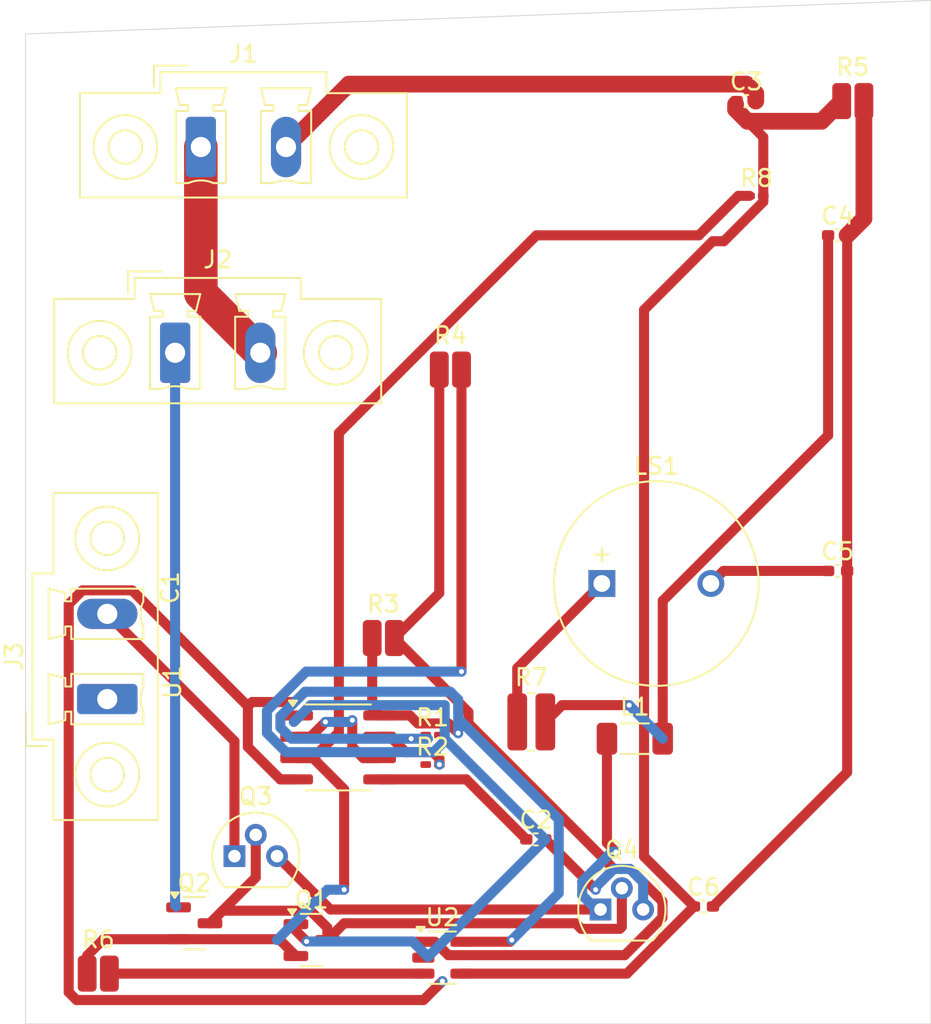
<source format=kicad_pcb>
(kicad_pcb (version 20241229) (generator "pcbnew") (generator_version "9.0")
  (layers (0 "F.Cu" signal) (2 "B.Cu" signal) (13 "F.Paste" user) (15 "B.Paste" user) (5 "F.SilkS" user "F.Silkscreen") (7 "B.SilkS" user "B.Silkscreen") (1 "F.Mask" user) (3 "B.Mask" user) (25 "Edge.Cuts" user))
  (net 0 "")
  (net 1 "Net-(U1-THR)")
  (net 2 "GND")
  (net 3 "Net-(U1-CV)")
  (net 4 "Net-(U2--)")
  (net 5 "Net-(J1-Pin_2)")
  (net 6 "Net-(C4-Pad1)")
  (net 7 "Net-(C5-Pad1)")
  (net 8 "+12V")
  (net 9 "Net-(J2-Pin_1)")
  (net 10 "+24V")
  (net 11 "Net-(J3-Pin_2)")
  (net 12 "Net-(Q3-S)")
  (net 13 "Net-(LS1-Pad1)")
  (net 14 "Net-(Q1-B)")
  (net 15 "GATE")
  (net 16 "Net-(U1-R)")
  (net 17 "Net-(U1-DIS)")
  (net 18 "Net-(U2-+)")
  (footprint "Capacitor_SMD:C_0201_0603Metric_Pad0.64x0.40mm_HandSolder" (layer "F.Cu") (at 144.2725 100.04)
    (property "Reference" "C1" (at -15.6425 -7.04 90) (layer "F.SilkS"))
    (property "Value" "1nF")
    (pad "1" smd roundrect (at -0.4075 0) (size 0.635 0.4) (layers "F.Cu" "F.Mask") (net 1 "Net-(U1-THR)"))
    (pad "2" smd roundrect (at 0.4075 0) (size 0.635 0.4) (layers "F.Cu" "F.Mask") (net 2 "GND"))
  )
  (footprint "Resistor_SMD:R_0508_1220Metric_Pad1.12x2.15mm_HandSolder" (layer "F.Cu") (at 141.3375 96)
    (property "Reference" "R3" (at 0 -2.03 0) (layer "F.SilkS"))
    (property "Value" "100k")
    (pad "1" smd roundrect (at -0.6625 0) (size 1.125 2.15) (layers "F.Cu" "F.Mask" "F.Paste") (roundrect_rratio 0.222222) (net 16 "Net-(U1-R)"))
    (pad "2" smd roundrect (at 0.6625 0) (size 1.125 2.15) (layers "F.Cu" "F.Mask" "F.Paste") (roundrect_rratio 0.222222) (net 18 "Net-(U2-+)"))
  )
  (footprint "Resistor_SMD:R_0201_0603Metric_Pad0.64x0.40mm_HandSolder" (layer "F.Cu") (at 144.2725 103.54)
    (property "Reference" "R2" (at 0 -1.05 0) (layer "F.SilkS"))
    (property "Value" "3.3k")
    (pad "1" smd roundrect (at -0.4075 0) (size 0.635 0.4) (layers "F.Cu" "F.Mask") (net 1 "Net-(U1-THR)"))
    (pad "2" smd roundrect (at 0.4075 0) (size 0.635 0.4) (layers "F.Cu" "F.Mask") (net 17 "Net-(U1-DIS)"))
  )
  (footprint "Capacitor_SMD:C_0402_1005Metric_Pad0.74x0.62mm_HandSolder" (layer "F.Cu") (at 160.4325 112)
    (property "Reference" "C6" (at 0 -1.16 0) (layer "F.SilkS"))
    (property "Value" "10nF")
    (fp_line (start -0.115835 -0.36) (end 0.115835 -0.36) (stroke (width 0.12)) (layer "F.SilkS"))
    (fp_line (start -0.115835 0.36) (end 0.115835 0.36) (stroke (width 0.12)) (layer "F.SilkS"))
    (pad "1" smd roundrect (at -0.5675 0) (size 0.735 0.62) (layers "F.Cu" "F.Mask" "F.Paste") (net 4 "Net-(U2--)"))
    (pad "2" smd roundrect (at 0.5675 0) (size 0.735 0.62) (layers "F.Cu" "F.Mask" "F.Paste") (net 2 "GND"))
  )
  (footprint "Package_TO_SOT_SMD:SOT-23-5" (layer "F.Cu") (at 144.8625 115.05)
    (property "Reference" "U2" (at 0 -2.4 0) (layer "F.SilkS"))
    (property "Value" "LM321")
    (fp_line (start 0 -1.56) (end -0.8 -1.56) (stroke (width 0.12)) (layer "F.SilkS"))
    (fp_line (start 0 -1.56) (end 0.8 -1.56) (stroke (width 0.12)) (layer "F.SilkS"))
    (fp_line (start 0 1.56) (end -0.8 1.56) (stroke (width 0.12)) (layer "F.SilkS"))
    (fp_line (start 0 1.56) (end 0.8 1.56) (stroke (width 0.12)) (layer "F.SilkS"))
    (fp_poly (pts (xy -1.3 -1.51) (xy -1.54 -1.84) (xy -1.06 -1.84)) (stroke (width 0.12)) (fill yes) (layer "F.SilkS"))
    (pad "1" smd roundrect (at -1.1375 -0.95) (size 1.325 0.6) (layers "F.Cu" "F.Mask" "F.Paste") (net 18 "Net-(U2-+)"))
    (pad "2" smd roundrect (at -1.1375 0) (size 1.325 0.6) (layers "F.Cu" "F.Mask" "F.Paste") (net 2 "GND"))
    (pad "3" smd roundrect (at -1.1375 0.95) (size 1.325 0.6) (layers "F.Cu" "F.Mask" "F.Paste") (net 4 "Net-(U2--)"))
    (pad "4" smd roundrect (at 1.1375 0.95) (size 1.325 0.6) (layers "F.Cu" "F.Mask" "F.Paste") (net 4 "Net-(U2--)"))
    (pad "5" smd roundrect (at 1.1375 -0.95) (size 1.325 0.6) (layers "F.Cu" "F.Mask" "F.Paste") (net 16 "Net-(U1-R)"))
  )
  (footprint "Package_TO_SOT_SMD:SOT-23" (layer "F.Cu") (at 137.0625 114)
    (property "Reference" "Q1" (at 0 -2.4 0) (layer "F.SilkS"))
    (property "Value" "NPN")
    (fp_line (start 0 -1.56) (end -0.65 -1.56) (stroke (width 0.12)) (layer "F.SilkS"))
    (fp_line (start 0 -1.56) (end 0.65 -1.56) (stroke (width 0.12)) (layer "F.SilkS"))
    (fp_line (start 0 1.56) (end -0.65 1.56) (stroke (width 0.12)) (layer "F.SilkS"))
    (fp_line (start 0 1.56) (end 0.65 1.56) (stroke (width 0.12)) (layer "F.SilkS"))
    (fp_poly (pts (xy -1.1625 -1.51) (xy -1.4025 -1.84) (xy -0.9225 -1.84)) (stroke (width 0.12)) (fill yes) (layer "F.SilkS"))
    (pad "1" smd roundrect (at -0.9375 -0.95) (size 1.475 0.6) (layers "F.Cu" "F.Mask" "F.Paste") (net 2 "GND"))
    (pad "2" smd roundrect (at -0.9375 0.95) (size 1.475 0.6) (layers "F.Cu" "F.Mask" "F.Paste") (net 14 "Net-(Q1-B)"))
    (pad "3" smd roundrect (at 0.9375 0) (size 1.475 0.6) (layers "F.Cu" "F.Mask" "F.Paste") (net 15 "GATE"))
  )
  (footprint "Resistor_SMD:R_0201_0603Metric_Pad0.64x0.40mm_HandSolder" (layer "F.Cu") (at 163.589 69.648286)
    (property "Reference" "R8" (at 0 -1.05 0) (layer "F.SilkS"))
    (property "Value" "1k")
    (pad "1" smd roundrect (at -0.4075 0) (size 0.635 0.4) (layers "F.Cu" "F.Mask") (net 14 "Net-(Q1-B)"))
    (pad "2" smd roundrect (at 0.4075 0) (size 0.635 0.4) (layers "F.Cu" "F.Mask") (net 4 "Net-(U2--)"))
  )
  (footprint "Resistor_SMD:R_0508_1220Metric_Pad1.12x2.15mm_HandSolder" (layer "F.Cu") (at 145.3375 80)
    (property "Reference" "R4" (at 0 -2.03 0) (layer "F.SilkS"))
    (property "Value" "100k")
    (pad "1" smd roundrect (at -0.6625 0) (size 1.125 2.15) (layers "F.Cu" "F.Mask" "F.Paste") (roundrect_rratio 0.222222) (net 18 "Net-(U2-+)"))
    (pad "2" smd roundrect (at 0.6625 0) (size 1.125 2.15) (layers "F.Cu" "F.Mask" "F.Paste") (roundrect_rratio 0.222222) (net 2 "GND"))
  )
  (footprint "Package_SO:SOIC-8_3.9x4.9mm_P1.27mm" (layer "F.Cu") (at 138.6425 102.52)
    (property "Reference" "U1" (at -9.8825 -3.89 90) (layer "F.SilkS"))
    (property "Value" "NE555D")
    (fp_line (start 0 -2.56) (end -1.95 -2.56) (stroke (width 0.12)) (layer "F.SilkS"))
    (fp_line (start 0 -2.56) (end 1.95 -2.56) (stroke (width 0.12)) (layer "F.SilkS"))
    (fp_line (start 0 2.56) (end -1.95 2.56) (stroke (width 0.12)) (layer "F.SilkS"))
    (fp_line (start 0 2.56) (end 1.95 2.56) (stroke (width 0.12)) (layer "F.SilkS"))
    (fp_poly (pts (xy -2.7 -2.465) (xy -2.94 -2.795) (xy -2.46 -2.795)) (stroke (width 0.12)) (fill yes) (layer "F.SilkS"))
    (pad "1" smd roundrect (at -2.475 -1.905) (size 1.95 0.6) (layers "F.Cu" "F.Mask" "F.Paste") (net 2 "GND"))
    (pad "2" smd roundrect (at -2.475 -0.635) (size 1.95 0.6) (layers "F.Cu" "F.Mask" "F.Paste") (net 1 "Net-(U1-THR)"))
    (pad "3" smd roundrect (at -2.475 0.635) (size 1.95 0.6) (layers "F.Cu" "F.Mask" "F.Paste") (net 14 "Net-(Q1-B)"))
    (pad "4" smd roundrect (at -2.475 1.905) (size 1.95 0.6) (layers "F.Cu" "F.Mask" "F.Paste") (net 16 "Net-(U1-R)"))
    (pad "5" smd roundrect (at 2.475 1.905) (size 1.95 0.6) (layers "F.Cu" "F.Mask" "F.Paste") (net 3 "Net-(U1-CV)"))
    (pad "6" smd roundrect (at 2.475 0.635) (size 1.95 0.6) (layers "F.Cu" "F.Mask" "F.Paste") (net 1 "Net-(U1-THR)"))
    (pad "7" smd roundrect (at 2.475 -0.635) (size 1.95 0.6) (layers "F.Cu" "F.Mask" "F.Paste") (net 17 "Net-(U1-DIS)"))
    (pad "8" smd roundrect (at 2.475 -1.905) (size 1.95 0.6) (layers "F.Cu" "F.Mask" "F.Paste") (net 16 "Net-(U1-R)"))
  )
  (footprint "Resistor_SMD:R_0612_1632Metric_Pad1.18x3.40mm_HandSolder" (layer "F.Cu") (at 150.1625 101)
    (property "Reference" "R7" (at 0 -2.65 0) (layer "F.SilkS"))
    (property "Value" "8")
    (fp_line (start -0.182983 -1.71) (end 0.182983 -1.71) (stroke (width 0.12)) (layer "F.SilkS"))
    (fp_line (start -0.182983 1.71) (end 0.182983 1.71) (stroke (width 0.12)) (layer "F.SilkS"))
    (pad "1" smd roundrect (at -0.8375 0) (size 1.175 3.4) (layers "F.Cu" "F.Mask" "F.Paste") (roundrect_rratio 0.212766) (net 13 "Net-(LS1-Pad1)"))
    (pad "2" smd roundrect (at 0.8375 0) (size 1.175 3.4) (layers "F.Cu" "F.Mask" "F.Paste") (roundrect_rratio 0.212766) (net 6 "Net-(C4-Pad1)"))
  )
  (footprint "Connector_Phoenix_MC_HighVoltage:PhoenixContact_MCV_1,5_2-GF-5.08_1x02_P5.08mm_Vertical_ThreadedFlange" (layer "F.Cu") (at 124.875 99.64 90)
    (property "Reference" "J3" (at 2.54 -5.55 90) (layer "F.SilkS"))
    (property "Value" "Conn_01x02_Pin")
    (fp_line (start -2.8 -4.85) (end -0.8 -4.85) (stroke (width 0.12)) (layer "F.SilkS"))
    (fp_line (start 7.49 -4.46) (end -2.41 -4.46) (stroke (width 0.12)) (layer "F.SilkS"))
    (fp_line (start -2.41 -4.46) (end -2.41 -3.21) (stroke (width 0.12)) (layer "F.SilkS"))
    (fp_line (start -2.8 -3.6) (end -2.8 -4.85) (stroke (width 0.12)) (layer "F.SilkS"))
    (fp_line (start 6.58 -3.5) (end 6.33 -2.5) (stroke (width 0.12)) (layer "F.SilkS"))
    (fp_line (start 3.58 -3.5) (end 6.58 -3.5) (stroke (width 0.12)) (layer "F.SilkS"))
    (fp_line (start 1.5 -3.5) (end 1.25 -2.5) (stroke (width 0.12)) (layer "F.SilkS"))
    (fp_line (start -1.5 -3.5) (end 1.5 -3.5) (stroke (width 0.12)) (layer "F.SilkS"))
    (fp_line (start 12.29 -3.21) (end 7.49 -3.21) (stroke (width 0.12)) (layer "F.SilkS"))
    (fp_line (start 7.49 -3.21) (end 7.49 -4.46) (stroke (width 0.12)) (layer "F.SilkS"))
    (fp_line (start -2.41 -3.21) (end -7.21 -3.21) (stroke (width 0.12)) (layer "F.SilkS"))
    (fp_line (start -7.21 -3.21) (end -7.21 3.01) (stroke (width 0.12)) (layer "F.SilkS"))
    (fp_line (start 6.33 -2.5) (end 5.83 -2.5) (stroke (width 0.12)) (layer "F.SilkS"))
    (fp_line (start 5.83 -2.5) (end 5.83 -2.15) (stroke (width 0.12)) (layer "F.SilkS"))
    (fp_line (start 4.33 -2.5) (end 3.83 -2.5) (stroke (width 0.12)) (layer "F.SilkS"))
    (fp_line (start 3.83 -2.5) (end 3.58 -3.5) (stroke (width 0.12)) (layer "F.SilkS"))
    (fp_line (start 1.25 -2.5) (end 0.75 -2.5) (stroke (width 0.12)) (layer "F.SilkS"))
    (fp_line (start 0.75 -2.5) (end 0.75 -2.15) (stroke (width 0.12)) (layer "F.SilkS"))
    (fp_line (start -0.75 -2.5) (end -1.25 -2.5) (stroke (width 0.12)) (layer "F.SilkS"))
    (fp_line (start -1.25 -2.5) (end -1.5 -3.5) (stroke (width 0.12)) (layer "F.SilkS"))
    (fp_line (start 6.58 -2.15) (end 6.58 2.15) (stroke (width 0.12)) (layer "F.SilkS"))
    (fp_line (start 5.83 -2.15) (end 6.58 -2.15) (stroke (width 0.12)) (layer "F.SilkS"))
    (fp_line (start 4.33 -2.15) (end 4.33 -2.5) (stroke (width 0.12)) (layer "F.SilkS"))
    (fp_line (start 3.58 -2.15) (end 4.33 -2.15) (stroke (width 0.12)) (layer "F.SilkS"))
    (fp_line (start 1.5 -2.15) (end 1.5 2.15) (stroke (width 0.12)) (layer "F.SilkS"))
    (fp_line (start 0.75 -2.15) (end 1.5 -2.15) (stroke (width 0.12)) (layer "F.SilkS"))
    (fp_line (start -0.75 -2.15) (end -0.75 -2.5) (stroke (width 0.12)) (layer "F.SilkS"))
    (fp_line (start -1.5 -2.15) (end -0.75 -2.15) (stroke (width 0.12)) (layer "F.SilkS"))
    (fp_line (start 6.58 2.15) (end 5.83 2.15) (stroke (width 0.12)) (layer "F.SilkS"))
    (fp_line (start 4.33 2.15) (end 3.58 2.15) (stroke (width 0.12)) (layer "F.SilkS"))
    (fp_line (start 3.58 2.15) (end 3.58 -2.15) (stroke (width 0.12)) (layer "F.SilkS"))
    (fp_line (start 1.5 2.15) (end 0.75 2.15) (stroke (width 0.12)) (layer "F.SilkS"))
    (fp_line (start -0.75 2.15) (end -1.5 2.15) (stroke (width 0.12)) (layer "F.SilkS"))
    (fp_line (start -1.5 2.15) (end -1.5 -2.15) (stroke (width 0.12)) (layer "F.SilkS"))
    (fp_line (start 12.29 3.01) (end 12.29 -3.21) (stroke (width 0.12)) (layer "F.SilkS"))
    (fp_line (start -7.21 3.01) (end 12.29 3.01) (stroke (width 0.12)) (layer "F.SilkS"))
    (fp_arc (start 4.33 2.15) (mid 5.079807 1.99191) (end 5.829647 2.149844) (stroke (width 0.12)) (layer "F.SilkS"))
    (fp_arc (start -0.75 2.15) (mid -0.000193 1.99191) (end 0.749647 2.149844) (stroke (width 0.12)) (layer "F.SilkS"))
    (fp_circle (center 9.58 0) (end 11.48 0) (stroke (width 0.12)) (fill no) (layer "F.SilkS"))
    (fp_circle (center 9.58 0) (end 10.58 0) (stroke (width 0.12)) (fill no) (layer "F.SilkS"))
    (fp_circle (center -4.5 0) (end -2.6 0) (stroke (width 0.12)) (fill no) (layer "F.SilkS"))
    (fp_circle (center -4.5 0) (end -3.5 0) (stroke (width 0.12)) (fill no) (layer "F.SilkS"))
    (pad "1" thru_hole roundrect (at 0 0 90) (size 1.8 3.6) (drill 1.2) (layers "*.Cu" "*.Mask") (roundrect_rratio 0.138889) (net 10 "+24V"))
    (pad "2" thru_hole oval (at 5.08 0 90) (size 1.8 3.6) (drill 1.2) (layers "*.Cu" "*.Mask") (net 11 "Net-(J3-Pin_2)"))
  )
  (footprint "Package_TO_SOT_THT:TO-92" (layer "F.Cu") (at 132.46 109)
    (property "Reference" "Q3" (at 1.27 -3.56 0) (layer "F.SilkS"))
    (property "Value" "PMOS")
    (fp_line (start -0.53 1.85) (end 3.07 1.85) (stroke (width 0.12)) (layer "F.SilkS"))
    (fp_arc (start -0.568478 1.838478) (mid -1.132087 -0.994977) (end 1.27 -2.6) (stroke (width 0.12)) (layer "F.SilkS"))
    (fp_arc (start 1.27 -2.6) (mid 3.672087 -0.994977) (end 3.108478 1.838478) (stroke (width 0.12)) (layer "F.SilkS"))
    (pad "1" thru_hole rect (at 0 0) (size 1.3 1.3) (drill 0.75) (layers "*.Cu" "*.Mask") (net 11 "Net-(J3-Pin_2)"))
    (pad "2" thru_hole circle (at 1.27 -1.27) (size 1.3 1.3) (drill 0.75) (layers "*.Cu" "*.Mask") (net 15 "GATE"))
    (pad "3" thru_hole circle (at 2.54 0) (size 1.3 1.3) (drill 0.75) (layers "*.Cu" "*.Mask") (net 12 "Net-(Q3-S)"))
  )
  (footprint "Resistor_SMD:R_0508_1220Metric_Pad1.12x2.15mm_HandSolder" (layer "F.Cu") (at 169.3375 64)
    (property "Reference" "R5" (at 0 -2.03 0) (layer "F.SilkS"))
    (property "Value" "100k")
    (pad "1" smd roundrect (at -0.6625 0) (size 1.125 2.15) (layers "F.Cu" "F.Mask" "F.Paste") (roundrect_rratio 0.222222) (net 4 "Net-(U2--)"))
    (pad "2" smd roundrect (at 0.6625 0) (size 1.125 2.15) (layers "F.Cu" "F.Mask" "F.Paste") (roundrect_rratio 0.222222) (net 2 "GND"))
  )
  (footprint "Connector_Phoenix_MC_HighVoltage:PhoenixContact_MCV_1,5_2-GF-5.08_1x02_P5.08mm_Vertical_ThreadedFlange" (layer "F.Cu") (at 128.92 79)
    (property "Reference" "J2" (at 2.54 -5.55 0) (layer "F.SilkS"))
    (property "Value" "Conn_01x02_Pin")
    (fp_line (start -7.21 -3.21) (end -7.21 3.01) (stroke (width 0.12)) (layer "F.SilkS"))
    (fp_line (start -7.21 3.01) (end 12.29 3.01) (stroke (width 0.12)) (layer "F.SilkS"))
    (fp_line (start -2.8 -4.85) (end -0.8 -4.85) (stroke (width 0.12)) (layer "F.SilkS"))
    (fp_line (start -2.8 -3.6) (end -2.8 -4.85) (stroke (width 0.12)) (layer "F.SilkS"))
    (fp_line (start -2.41 -4.46) (end -2.41 -3.21) (stroke (width 0.12)) (layer "F.SilkS"))
    (fp_line (start -2.41 -3.21) (end -7.21 -3.21) (stroke (width 0.12)) (layer "F.SilkS"))
    (fp_line (start -1.5 -3.5) (end 1.5 -3.5) (stroke (width 0.12)) (layer "F.SilkS"))
    (fp_line (start -1.5 -2.15) (end -0.75 -2.15) (stroke (width 0.12)) (layer "F.SilkS"))
    (fp_line (start -1.5 2.15) (end -1.5 -2.15) (stroke (width 0.12)) (layer "F.SilkS"))
    (fp_line (start -1.25 -2.5) (end -1.5 -3.5) (stroke (width 0.12)) (layer "F.SilkS"))
    (fp_line (start -0.75 -2.5) (end -1.25 -2.5) (stroke (width 0.12)) (layer "F.SilkS"))
    (fp_line (start -0.75 -2.15) (end -0.75 -2.5) (stroke (width 0.12)) (layer "F.SilkS"))
    (fp_line (start -0.75 2.15) (end -1.5 2.15) (stroke (width 0.12)) (layer "F.SilkS"))
    (fp_line (start 0.75 -2.5) (end 0.75 -2.15) (stroke (width 0.12)) (layer "F.SilkS"))
    (fp_line (start 0.75 -2.15) (end 1.5 -2.15) (stroke (width 0.12)) (layer "F.SilkS"))
    (fp_line (start 1.25 -2.5) (end 0.75 -2.5) (stroke (width 0.12)) (layer "F.SilkS"))
    (fp_line (start 1.5 -3.5) (end 1.25 -2.5) (stroke (width 0.12)) (layer "F.SilkS"))
    (fp_line (start 1.5 -2.15) (end 1.5 2.15) (stroke (width 0.12)) (layer "F.SilkS"))
    (fp_line (start 1.5 2.15) (end 0.75 2.15) (stroke (width 0.12)) (layer "F.SilkS"))
    (fp_line (start 3.58 -3.5) (end 6.58 -3.5) (stroke (width 0.12)) (layer "F.SilkS"))
    (fp_line (start 3.58 -2.15) (end 4.33 -2.15) (stroke (width 0.12)) (layer "F.SilkS"))
    (fp_line (start 3.58 2.15) (end 3.58 -2.15) (stroke (width 0.12)) (layer "F.SilkS"))
    (fp_line (start 3.83 -2.5) (end 3.58 -3.5) (stroke (width 0.12)) (layer "F.SilkS"))
    (fp_line (start 4.33 -2.5) (end 3.83 -2.5) (stroke (width 0.12)) (layer "F.SilkS"))
    (fp_line (start 4.33 -2.15) (end 4.33 -2.5) (stroke (width 0.12)) (layer "F.SilkS"))
    (fp_line (start 4.33 2.15) (end 3.58 2.15) (stroke (width 0.12)) (layer "F.SilkS"))
    (fp_line (start 5.83 -2.5) (end 5.83 -2.15) (stroke (width 0.12)) (layer "F.SilkS"))
    (fp_line (start 5.83 -2.15) (end 6.58 -2.15) (stroke (width 0.12)) (layer "F.SilkS"))
    (fp_line (start 6.33 -2.5) (end 5.83 -2.5) (stroke (width 0.12)) (layer "F.SilkS"))
    (fp_line (start 6.58 -3.5) (end 6.33 -2.5) (stroke (width 0.12)) (layer "F.SilkS"))
    (fp_line (start 6.58 -2.15) (end 6.58 2.15) (stroke (width 0.12)) (layer "F.SilkS"))
    (fp_line (start 6.58 2.15) (end 5.83 2.15) (stroke (width 0.12)) (layer "F.SilkS"))
    (fp_line (start 7.49 -4.46) (end -2.41 -4.46) (stroke (width 0.12)) (layer "F.SilkS"))
    (fp_line (start 7.49 -3.21) (end 7.49 -4.46) (stroke (width 0.12)) (layer "F.SilkS"))
    (fp_line (start 12.29 -3.21) (end 7.49 -3.21) (stroke (width 0.12)) (layer "F.SilkS"))
    (fp_line (start 12.29 3.01) (end 12.29 -3.21) (stroke (width 0.12)) (layer "F.SilkS"))
    (fp_arc (start -0.75 2.15) (mid -0.000193 1.99191) (end 0.749647 2.149844) (stroke (width 0.12)) (layer "F.SilkS"))
    (fp_arc (start 4.33 2.15) (mid 5.079807 1.99191) (end 5.829647 2.149844) (stroke (width 0.12)) (layer "F.SilkS"))
    (fp_circle (center -4.5 0) (end -3.5 0) (stroke (width 0.12)) (fill no) (layer "F.SilkS"))
    (fp_circle (center -4.5 0) (end -2.6 0) (stroke (width 0.12)) (fill no) (layer "F.SilkS"))
    (fp_circle (center 9.58 0) (end 10.58 0) (stroke (width 0.12)) (fill no) (layer "F.SilkS"))
    (fp_circle (center 9.58 0) (end 11.48 0) (stroke (width 0.12)) (fill no) (layer "F.SilkS"))
    (pad "1" thru_hole roundrect (at 0 0) (size 1.8 3.6) (drill 1.2) (layers "*.Cu" "*.Mask") (roundrect_rratio 0.138889) (net 9 "Net-(J2-Pin_1)"))
    (pad "2" thru_hole oval (at 5.08 0) (size 1.8 3.6) (drill 1.2) (layers "*.Cu" "*.Mask") (net 8 "+12V"))
  )
  (footprint "Resistor_SMD:R_0508_1220Metric_Pad1.12x2.15mm_HandSolder" (layer "F.Cu") (at 124.3375 116)
    (property "Reference" "R6" (at 0 -2.03 0) (layer "F.SilkS"))
    (property "Value" "100k")
    (pad "1" smd roundrect (at -0.6625 0) (size 1.125 2.15) (layers "F.Cu" "F.Mask" "F.Paste") (roundrect_rratio 0.222222) (net 14 "Net-(Q1-B)"))
    (pad "2" smd roundrect (at 0.6625 0) (size 1.125 2.15) (layers "F.Cu" "F.Mask" "F.Paste") (roundrect_rratio 0.222222) (net 4 "Net-(U2--)"))
  )
  (footprint "Inductor_SMD:L_1206_3216Metric_Pad1.22x1.90mm_HandSolder" (layer "F.Cu") (at 156.3375 102)
    (property "Reference" "L1" (at 0 -1.9 0) (layer "F.SilkS"))
    (property "Value" "33uH")
    (fp_line (start -0.835242 -0.91) (end 0.835242 -0.91) (stroke (width 0.12)) (layer "F.SilkS"))
    (fp_line (start -0.835242 0.91) (end 0.835242 0.91) (stroke (width 0.12)) (layer "F.SilkS"))
    (pad "1" smd roundrect (at -1.6625 0) (size 1.225 1.9) (layers "F.Cu" "F.Mask" "F.Paste") (roundrect_rratio 0.204082) (net 12 "Net-(Q3-S)"))
    (pad "2" smd roundrect (at 1.6625 0) (size 1.225 1.9) (layers "F.Cu" "F.Mask" "F.Paste") (roundrect_rratio 0.204082) (net 6 "Net-(C4-Pad1)"))
  )
  (footprint "Capacitor_SMD:C_0402_1005Metric_Pad0.74x0.62mm_HandSolder" (layer "F.Cu") (at 168.4325 72)
    (property "Reference" "C4" (at 0 -1.16 0) (layer "F.SilkS"))
    (property "Value" "0.47uF")
    (fp_line (start -0.115835 -0.36) (end 0.115835 -0.36) (stroke (width 0.12)) (layer "F.SilkS"))
    (fp_line (start -0.115835 0.36) (end 0.115835 0.36) (stroke (width 0.12)) (layer "F.SilkS"))
    (pad "1" smd roundrect (at -0.5675 0) (size 0.735 0.62) (layers "F.Cu" "F.Mask" "F.Paste") (net 6 "Net-(C4-Pad1)"))
    (pad "2" smd roundrect (at 0.5675 0) (size 0.735 0.62) (layers "F.Cu" "F.Mask" "F.Paste") (net 2 "GND"))
  )
  (footprint "Buzzer_Beeper:MagneticBuzzer_ProSignal_ABT-410-RC" (layer "F.Cu") (at 154.3725 92.75)
    (property "Reference" "LS1" (at 3.25 -7 0) (layer "F.SilkS"))
    (property "Value" "Speaker")
    (fp_circle (center 3.25 0) (end 9.35 0) (stroke (width 0.12)) (fill no) (layer "F.SilkS"))
    (fp_text user "+" (at 0 -1.8 0) (layer "F.SilkS"))
    (pad "1" thru_hole rect (at 0 0) (size 1.6 1.6) (drill 1) (layers "*.Cu" "*.Mask") (net 13 "Net-(LS1-Pad1)"))
    (pad "2" thru_hole circle (at 6.5 0) (size 1.6 1.6) (drill 1) (layers "*.Cu" "*.Mask") (net 7 "Net-(C5-Pad1)"))
  )
  (footprint "Package_TO_SOT_SMD:SOT-23" (layer "F.Cu") (at 130.0625 113)
    (property "Reference" "Q2" (at 0 -2.4 0) (layer "F.SilkS"))
    (property "Value" "PNP")
    (fp_line (start 0 -1.56) (end -0.65 -1.56) (stroke (width 0.12)) (layer "F.SilkS"))
    (fp_line (start 0 -1.56) (end 0.65 -1.56) (stroke (width 0.12)) (layer "F.SilkS"))
    (fp_line (start 0 1.56) (end -0.65 1.56) (stroke (width 0.12)) (layer "F.SilkS"))
    (fp_line (start 0 1.56) (end 0.65 1.56) (stroke (width 0.12)) (layer "F.SilkS"))
    (fp_poly (pts (xy -1.1625 -1.51) (xy -1.4025 -1.84) (xy -0.9225 -1.84)) (stroke (width 0.12)) (fill yes) (layer "F.SilkS"))
    (pad "1" smd roundrect (at -0.9375 -0.95) (size 1.475 0.6) (layers "F.Cu" "F.Mask" "F.Paste") (net 9 "Net-(J2-Pin_1)"))
    (pad "2" smd roundrect (at -0.9375 0.95) (size 1.475 0.6) (layers "F.Cu" "F.Mask" "F.Paste") (net 14 "Net-(Q1-B)"))
    (pad "3" smd roundrect (at 0.9375 0) (size 1.475 0.6) (layers "F.Cu" "F.Mask" "F.Paste") (net 15 "GATE"))
  )
  (footprint "Package_TO_SOT_THT:TO-92" (layer "F.Cu") (at 154.2925 112.18)
    (property "Reference" "Q4" (at 1.27 -3.56 0) (layer "F.SilkS"))
    (property "Value" "NMOS")
    (fp_line (start -0.53 1.85) (end 3.07 1.85) (stroke (width 0.12)) (layer "F.SilkS"))
    (fp_arc (start -0.568478 1.838478) (mid -1.132087 -0.994977) (end 1.27 -2.6) (stroke (width 0.12)) (layer "F.SilkS"))
    (fp_arc (start 1.27 -2.6) (mid 3.672087 -0.994977) (end 3.108478 1.838478) (stroke (width 0.12)) (layer "F.SilkS"))
    (pad "1" thru_hole rect (at 0 0) (size 1.3 1.3) (drill 0.75) (layers "*.Cu" "*.Mask") (net 12 "Net-(Q3-S)"))
    (pad "2" thru_hole circle (at 1.27 -1.27) (size 1.3 1.3) (drill 0.75) (layers "*.Cu" "*.Mask") (net 15 "GATE"))
    (pad "3" thru_hole circle (at 2.54 0) (size 1.3 1.3) (drill 0.75) (layers "*.Cu" "*.Mask") (net 2 "GND"))
  )
  (footprint "Resistor_SMD:R_0201_0603Metric_Pad0.64x0.40mm_HandSolder" (layer "F.Cu") (at 144.2725 101.79)
    (property "Reference" "R1" (at 0 -1.05 0) (layer "F.SilkS"))
    (property "Value" "1k")
    (pad "1" smd roundrect (at -0.4075 0) (size 0.635 0.4) (layers "F.Cu" "F.Mask") (net 1 "Net-(U1-THR)"))
    (pad "2" smd roundrect (at 0.4075 0) (size 0.635 0.4) (layers "F.Cu" "F.Mask") (net 16 "Net-(U1-R)"))
  )
  (footprint "Capacitor_SMD:C_0402_1005Metric_Pad0.74x0.62mm_HandSolder" (layer "F.Cu") (at 168.4325 92)
    (property "Reference" "C5" (at 0 -1.16 0) (layer "F.SilkS"))
    (property "Value" "0.47uF")
    (fp_line (start -0.115835 -0.36) (end 0.115835 -0.36) (stroke (width 0.12)) (layer "F.SilkS"))
    (fp_line (start -0.115835 0.36) (end 0.115835 0.36) (stroke (width 0.12)) (layer "F.SilkS"))
    (pad "1" smd roundrect (at -0.5675 0) (size 0.735 0.62) (layers "F.Cu" "F.Mask" "F.Paste") (net 7 "Net-(C5-Pad1)"))
    (pad "2" smd roundrect (at 0.5675 0) (size 0.735 0.62) (layers "F.Cu" "F.Mask" "F.Paste") (net 2 "GND"))
  )
  (footprint "Connector_Phoenix_MC_HighVoltage:PhoenixContact_MCV_1,5_2-GF-5.08_1x02_P5.08mm_Vertical_ThreadedFlange" (layer "F.Cu") (at 130.455 66.7375)
    (property "Reference" "J1" (at 2.54 -5.55 0) (layer "F.SilkS"))
    (property "Value" "Conn_01x02_Pin")
    (fp_line (start -7.21 -3.21) (end -7.21 3.01) (stroke (width 0.12)) (layer "F.SilkS"))
    (fp_line (start -7.21 3.01) (end 12.29 3.01) (stroke (width 0.12)) (layer "F.SilkS"))
    (fp_line (start -2.8 -4.85) (end -0.8 -4.85) (stroke (width 0.12)) (layer "F.SilkS"))
    (fp_line (start -2.8 -3.6) (end -2.8 -4.85) (stroke (width 0.12)) (layer "F.SilkS"))
    (fp_line (start -2.41 -4.46) (end -2.41 -3.21) (stroke (width 0.12)) (layer "F.SilkS"))
    (fp_line (start -2.41 -3.21) (end -7.21 -3.21) (stroke (width 0.12)) (layer "F.SilkS"))
    (fp_line (start -1.5 -3.5) (end 1.5 -3.5) (stroke (width 0.12)) (layer "F.SilkS"))
    (fp_line (start -1.5 -2.15) (end -0.75 -2.15) (stroke (width 0.12)) (layer "F.SilkS"))
    (fp_line (start -1.5 2.15) (end -1.5 -2.15) (stroke (width 0.12)) (layer "F.SilkS"))
    (fp_line (start -1.25 -2.5) (end -1.5 -3.5) (stroke (width 0.12)) (layer "F.SilkS"))
    (fp_line (start -0.75 -2.5) (end -1.25 -2.5) (stroke (width 0.12)) (layer "F.SilkS"))
    (fp_line (start -0.75 -2.15) (end -0.75 -2.5) (stroke (width 0.12)) (layer "F.SilkS"))
    (fp_line (start -0.75 2.15) (end -1.5 2.15) (stroke (width 0.12)) (layer "F.SilkS"))
    (fp_line (start 0.75 -2.5) (end 0.75 -2.15) (stroke (width 0.12)) (layer "F.SilkS"))
    (fp_line (start 0.75 -2.15) (end 1.5 -2.15) (stroke (width 0.12)) (layer "F.SilkS"))
    (fp_line (start 1.25 -2.5) (end 0.75 -2.5) (stroke (width 0.12)) (layer "F.SilkS"))
    (fp_line (start 1.5 -3.5) (end 1.25 -2.5) (stroke (width 0.12)) (layer "F.SilkS"))
    (fp_line (start 1.5 -2.15) (end 1.5 2.15) (stroke (width 0.12)) (layer "F.SilkS"))
    (fp_line (start 1.5 2.15) (end 0.75 2.15) (stroke (width 0.12)) (layer "F.SilkS"))
    (fp_line (start 3.58 -3.5) (end 6.58 -3.5) (stroke (width 0.12)) (layer "F.SilkS"))
    (fp_line (start 3.58 -2.15) (end 4.33 -2.15) (stroke (width 0.12)) (layer "F.SilkS"))
    (fp_line (start 3.58 2.15) (end 3.58 -2.15) (stroke (width 0.12)) (layer "F.SilkS"))
    (fp_line (start 3.83 -2.5) (end 3.58 -3.5) (stroke (width 0.12)) (layer "F.SilkS"))
    (fp_line (start 4.33 -2.5) (end 3.83 -2.5) (stroke (width 0.12)) (layer "F.SilkS"))
    (fp_line (start 4.33 -2.15) (end 4.33 -2.5) (stroke (width 0.12)) (layer "F.SilkS"))
    (fp_line (start 4.33 2.15) (end 3.58 2.15) (stroke (width 0.12)) (layer "F.SilkS"))
    (fp_line (start 5.83 -2.5) (end 5.83 -2.15) (stroke (width 0.12)) (layer "F.SilkS"))
    (fp_line (start 5.83 -2.15) (end 6.58 -2.15) (stroke (width 0.12)) (layer "F.SilkS"))
    (fp_line (start 6.33 -2.5) (end 5.83 -2.5) (stroke (width 0.12)) (layer "F.SilkS"))
    (fp_line (start 6.58 -3.5) (end 6.33 -2.5) (stroke (width 0.12)) (layer "F.SilkS"))
    (fp_line (start 6.58 -2.15) (end 6.58 2.15) (stroke (width 0.12)) (layer "F.SilkS"))
    (fp_line (start 6.58 2.15) (end 5.83 2.15) (stroke (width 0.12)) (layer "F.SilkS"))
    (fp_line (start 7.49 -4.46) (end -2.41 -4.46) (stroke (width 0.12)) (layer "F.SilkS"))
    (fp_line (start 7.49 -3.21) (end 7.49 -4.46) (stroke (width 0.12)) (layer "F.SilkS"))
    (fp_line (start 12.29 -3.21) (end 7.49 -3.21) (stroke (width 0.12)) (layer "F.SilkS"))
    (fp_line (start 12.29 3.01) (end 12.29 -3.21) (stroke (width 0.12)) (layer "F.SilkS"))
    (fp_arc (start -0.75 2.15) (mid -0.000193 1.99191) (end 0.749647 2.149844) (stroke (width 0.12)) (layer "F.SilkS"))
    (fp_arc (start 4.33 2.15) (mid 5.079807 1.99191) (end 5.829647 2.149844) (stroke (width 0.12)) (layer "F.SilkS"))
    (fp_circle (center -4.5 0) (end -3.5 0) (stroke (width 0.12)) (fill no) (layer "F.SilkS"))
    (fp_circle (center -4.5 0) (end -2.6 0) (stroke (width 0.12)) (fill no) (layer "F.SilkS"))
    (fp_circle (center 9.58 0) (end 10.58 0) (stroke (width 0.12)) (fill no) (layer "F.SilkS"))
    (fp_circle (center 9.58 0) (end 11.48 0) (stroke (width 0.12)) (fill no) (layer "F.SilkS"))
    (pad "1" thru_hole roundrect (at 0 0) (size 1.8 3.6) (drill 1.2) (layers "*.Cu" "*.Mask") (roundrect_rratio 0.138889) (net 8 "+12V"))
    (pad "2" thru_hole oval (at 5.08 0) (size 1.8 3.6) (drill 1.2) (layers "*.Cu" "*.Mask") (net 5 "Net-(J1-Pin_2)"))
  )
  (footprint "Capacitor_SMD:C_0402_1005Metric_Pad0.74x0.62mm_HandSolder" (layer "F.Cu") (at 150.4325 108)
    (property "Reference" "C2" (at 0 -1.16 0) (layer "F.SilkS"))
    (property "Value" "10nF")
    (fp_line (start -0.115835 -0.36) (end 0.115835 -0.36) (stroke (width 0.12)) (layer "F.SilkS"))
    (fp_line (start -0.115835 0.36) (end 0.115835 0.36) (stroke (width 0.12)) (layer "F.SilkS"))
    (pad "1" smd roundrect (at -0.5675 0) (size 0.735 0.62) (layers "F.Cu" "F.Mask" "F.Paste") (net 3 "Net-(U1-CV)"))
    (pad "2" smd roundrect (at 0.5675 0) (size 0.735 0.62) (layers "F.Cu" "F.Mask" "F.Paste") (net 2 "GND"))
  )
  (footprint "Capacitor_SMD:C_0402_1005Metric_Pad0.74x0.62mm_HandSolder" (layer "F.Cu") (at 162.9825 64)
    (property "Reference" "C3" (at 0 -1.16 0) (layer "F.SilkS"))
    (property "Value" "10nF")
    (fp_line (start -0.115835 -0.36) (end 0.115835 -0.36) (stroke (width 0.12)) (layer "F.SilkS"))
    (fp_line (start -0.115835 0.36) (end 0.115835 0.36) (stroke (width 0.12)) (layer "F.SilkS"))
    (pad "1" smd roundrect (at -0.5675 0) (size 0.735 0.62) (layers "F.Cu" "F.Mask" "F.Paste") (net 4 "Net-(U2--)"))
    (pad "2" smd roundrect (at 0.5675 0) (size 0.735 0.62) (layers "F.Cu" "F.Mask" "F.Paste") (net 5 "Net-(J1-Pin_2)"))
  )
  (gr_line (start 174 58) (end 120 60) (stroke (width 0.05)) (layer "Edge.Cuts"))
  (gr_line (start 174 119) (end 174 58) (stroke (width 0.05)) (layer "Edge.Cuts"))
  (gr_line (start 120 60) (end 120 119) (stroke (width 0.05)) (layer "Edge.Cuts"))
  (gr_line (start 120 119) (end 174 119) (stroke (width 0.05)) (layer "Edge.Cuts"))
  (segment (start 137.003128 101.885) (end 137.888128 101) (width 0.6) (layer "F.Cu") (net 1))
  (segment (start 140.142501 103.155) (end 141.1175 103.155) (width 0.6) (layer "F.Cu") (net 1))
  (segment (start 139.488128 100.89722) (end 139.488128 102.500627) (width 0.6) (layer "F.Cu") (net 1))
  (segment (start 136.1675 101.885) (end 137.003128 101.885) (width 0.6) (layer "F.Cu") (net 1))
  (segment (start 139.488128 102.500627) (end 140.142501 103.155) (width 0.6) (layer "F.Cu") (net 1))
  (via (at 137.888128 101) (size 0.6) (drill 0.3) (layers "F.Cu" "B.Cu") (net 1))
  (via (at 139.488128 100.89722) (size 0.6) (drill 0.3) (layers "F.Cu" "B.Cu") (net 1))
  (segment (start 137.888128 101) (end 139.385348 101) (width 0.6) (layer "B.Cu") (net 1))
  (segment (start 139.385348 101) (end 139.488128 100.89722) (width 0.6) (layer "B.Cu") (net 1))
  (segment (start 136.125 113.05) (end 136.125 113.44679) (width 0.6) (layer "F.Cu") (net 2))
  (segment (start 161 112) (end 169 104) (width 0.6) (layer "F.Cu") (net 2))
  (segment (start 170 71) (end 169 72) (width 1) (layer "F.Cu") (net 2))
  (segment (start 169 92) (end 169 72) (width 0.6) (layer "F.Cu") (net 2))
  (segment (start 136.125 113.44679) (end 136.7625 114.08429) (width 0.6) (layer "F.Cu") (net 2))
  (segment (start 146 80) (end 146 98) (width 0.6) (layer "F.Cu") (net 2))
  (segment (start 151 108) (end 154 111) (width 0.6) (layer "F.Cu") (net 2))
  (segment (start 169 104) (end 169 92) (width 0.6) (layer "F.Cu") (net 2))
  (segment (start 170 64) (end 170 71) (width 1) (layer "F.Cu") (net 2))
  (via (at 136.7625 114.08429) (size 0.6) (drill 0.3) (layers "F.Cu" "B.Cu") (net 2))
  (via (at 154 111) (size 0.6) (drill 0.3) (layers "F.Cu" "B.Cu") (net 2))
  (via (at 146 98) (size 0.6) (drill 0.3) (layers "F.Cu" "B.Cu") (net 2))
  (segment (start 144 115) (end 151 108) (width 0.6) (layer "B.Cu") (net 2))
  (segment (start 156.8325 110.55224) (end 156.8325 112.18) (width 0.6) (layer "B.Cu") (net 2))
  (segment (start 146 98) (end 136.734429 98) (width 0.6) (layer "B.Cu") (net 2))
  (segment (start 134.398 100.336429) (end 134.398 101.663572) (width 0.6) (layer "B.Cu") (net 2))
  (segment (start 136.734429 98) (end 134.398 100.336429) (width 0.6) (layer "B.Cu") (net 2))
  (segment (start 145 101) (end 145 100) (width 0.6) (layer "B.Cu") (net 2))
  (segment (start 145 102) (end 145 101) (width 0.6) (layer "B.Cu") (net 2))
  (segment (start 154 110.84474) (end 155.08574 109.759) (width 0.6) (layer "B.Cu") (net 2))
  (segment (start 156.03926 109.759) (end 156.8325 110.55224) (width 0.6) (layer "B.Cu") (net 2))
  (segment (start 134.398 101.663572) (end 135.535429 102.801) (width 0.6) (layer "B.Cu") (net 2))
  (segment (start 137 100) (end 136 101) (width 0.6) (layer "B.Cu") (net 2))
  (segment (start 136.7625 114.08429) (end 143.08429 114.08429) (width 0.6) (layer "B.Cu") (net 2))
  (segment (start 145 102.132785) (end 145 101) (width 0.6) (layer "B.Cu") (net 2))
  (segment (start 155.08574 109.759) (end 156.03926 109.759) (width 0.6) (layer "B.Cu") (net 2))
  (segment (start 143.08429 114.08429) (end 144 115) (width 0.6) (layer "B.Cu") (net 2))
  (segment (start 145 100) (end 137 100) (width 0.6) (layer "B.Cu") (net 2))
  (segment (start 154 111) (end 154 110.84474) (width 0.6) (layer "B.Cu") (net 2))
  (segment (start 135.535429 102.801) (end 144.331785 102.801) (width 0.6) (layer "B.Cu") (net 2))
  (segment (start 151 108) (end 145 102) (width 0.6) (layer "B.Cu") (net 2))
  (segment (start 144.331785 102.801) (end 145 102.132785) (width 0.6) (layer "B.Cu") (net 2))
  (segment (start 146.29 104.425) (end 149.865 108) (width 0.6) (layer "F.Cu") (net 3))
  (segment (start 141.1175 104.425) (end 146.29 104.425) (width 0.6) (layer "F.Cu") (net 3))
  (segment (start 156.8865 76.443714) (end 160.9785 72.351714) (width 0.6) (layer "F.Cu") (net 4))
  (segment (start 164 70) (end 164 69.648286) (width 0.6) (layer "F.Cu") (net 4))
  (segment (start 146 116) (end 155.865 116) (width 0.6) (layer "F.Cu") (net 4))
  (segment (start 160.9785 72.351714) (end 161.648286 72.351714) (width 0.6) (layer "F.Cu") (net 4))
  (segment (start 155.865 116) (end 159.865 112) (width 0.6) (layer "F.Cu") (net 4))
  (segment (start 156.8865 109.0215) (end 156.8865 76.443714) (width 0.6) (layer "F.Cu") (net 4))
  (segment (start 161.648286 72.351714) (end 164 70) (width 0.6) (layer "F.Cu") (net 4))
  (segment (start 163.05253 65.201) (end 164 66.14847) (width 0.6) (layer "F.Cu") (net 4))
  (segment (start 164 66.14847) (end 164 70) (width 0.6) (layer "F.Cu") (net 4))
  (segment (start 159.865 112) (end 156.8865 109.0215) (width 0.6) (layer "F.Cu") (net 4))
  (segment (start 125 116) (end 143.725 116) (width 0.6) (layer "F.Cu") (net 4))
  (segment (start 167.474 65.201) (end 163.05253 65.201) (width 1) (layer "F.Cu") (net 4))
  (segment (start 162.349 64.49747) (end 162.349 64.19) (width 1) (layer "F.Cu") (net 4))
  (segment (start 163.05253 65.201) (end 162.349 64.49747) (width 1) (layer "F.Cu") (net 4))
  (segment (start 168.675 64) (end 167.474 65.201) (width 1) (layer "F.Cu") (net 4))
  (segment (start 135.535 66.7375) (end 139.2835 62.989) (width 1) (layer "F.Cu") (net 5))
  (segment (start 163.55 63.55) (end 163.55 64) (width 1) (layer "F.Cu") (net 5))
  (segment (start 162.989 62.989) (end 163.55 63.55) (width 1) (layer "F.Cu") (net 5))
  (segment (start 139.2835 62.989) (end 162.989 62.989) (width 1) (layer "F.Cu") (net 5))
  (segment (start 158 102) (end 158 93.782608) (width 0.6) (layer "F.Cu") (net 6))
  (segment (start 167.865 83.917608) (end 167.865 72) (width 0.6) (layer "F.Cu") (net 6))
  (segment (start 152 100) (end 156 100) (width 0.6) (layer "F.Cu") (net 6))
  (segment (start 158 93.782608) (end 167.865 83.917608) (width 0.6) (layer "F.Cu") (net 6))
  (segment (start 151 101) (end 152 100) (width 0.6) (layer "F.Cu") (net 6))
  (via (at 156 100) (size 0.6) (drill 0.3) (layers "F.Cu" "B.Cu") (net 6))
  (segment (start 156 100) (end 158 102) (width 0.6) (layer "B.Cu") (net 6))
  (segment (start 167.865 92) (end 161.6225 92) (width 0.6) (layer "F.Cu") (net 7))
  (segment (start 161.6225 92) (end 160.8725 92.75) (width 0.6) (layer "F.Cu") (net 7))
  (segment (start 130.455 66.7375) (end 130.455 75.455) (width 2) (layer "F.Cu") (net 8))
  (segment (start 130.455 75.455) (end 134 79) (width 2) (layer "F.Cu") (net 8))
  (segment (start 128.92 79) (end 128.92 111.92) (width 0.6) (layer "B.Cu") (net 9))
  (segment (start 128.92 111.92) (end 129 112) (width 0.6) (layer "B.Cu") (net 9))
  (segment (start 124.875 94.56) (end 132.46 102.145) (width 0.6) (layer "F.Cu") (net 11))
  (segment (start 132.46 102.145) (end 132.46 109) (width 0.6) (layer "F.Cu") (net 11))
  (segment (start 154.675 108.216888) (end 155.209054 108.750942) (width 0.6) (layer "F.Cu") (net 12))
  (segment (start 154.2925 112.18) (end 138.18 112.18) (width 0.6) (layer "F.Cu") (net 12))
  (segment (start 154.675 102) (end 154.675 108.216888) (width 0.6) (layer "F.Cu") (net 12))
  (segment (start 138.18 112.18) (end 135 109) (width 0.6) (layer "F.Cu") (net 12))
  (via (at 155.209054 108.750942) (size 0.6) (drill 0.3) (layers "F.Cu" "B.Cu") (net 12))
  (segment (start 154.961013 108.750942) (end 153.199 110.512955) (width 0.6) (layer "B.Cu") (net 12))
  (segment (start 155.209054 108.750942) (end 154.961013 108.750942) (width 0.6) (layer "B.Cu") (net 12))
  (segment (start 153.199 111.331786) (end 154.047214 112.18) (width 0.6) (layer "B.Cu") (net 12))
  (segment (start 154.047214 112.18) (end 154.2925 112.18) (width 0.6) (layer "B.Cu") (net 12))
  (segment (start 153.199 110.512955) (end 153.199 111.331786) (width 0.6) (layer "B.Cu") (net 12))
  (segment (start 149.325 97.7975) (end 154.3725 92.75) (width 0.6) (layer "F.Cu") (net 13))
  (segment (start 149.325 101) (end 149.325 97.7975) (width 0.6) (layer "F.Cu") (net 13))
  (segment (start 135.125 113.95) (end 136.125 114.95) (width 0.6) (layer "F.Cu") (net 14))
  (segment (start 138.688128 101.609371) (end 138.688128 83.78037) (width 0.6) (layer "F.Cu") (net 14))
  (segment (start 129.125 113.95) (end 135.125 113.95) (width 0.6) (layer "F.Cu") (net 14))
  (segment (start 162.508214 69.648286) (end 163.178 69.648286) (width 0.6) (layer "F.Cu") (net 14))
  (segment (start 123.675 114.925) (end 124.65 113.95) (width 0.6) (layer "F.Cu") (net 14))
  (segment (start 160.1565 72) (end 162.508214 69.648286) (width 0.6) (layer "F.Cu") (net 14))
  (segment (start 123.675 116) (end 123.675 114.925) (width 0.6) (layer "F.Cu") (net 14))
  (segment (start 150.468498 72) (end 160.1565 72) (width 0.6) (layer "F.Cu") (net 14))
  (segment (start 137.142499 103.155) (end 139 105.012501) (width 0.6) (layer "F.Cu") (net 14))
  (segment (start 137.142499 103.155) (end 138.688128 101.609371) (width 0.6) (layer "F.Cu") (net 14))
  (segment (start 136.1675 103.155) (end 137.142499 103.155) (width 0.6) (layer "F.Cu") (net 14))
  (segment (start 124.65 113.95) (end 129.125 113.95) (width 0.6) (layer "F.Cu") (net 14))
  (segment (start 138.688128 83.78037) (end 150.468498 72) (width 0.6) (layer "F.Cu") (net 14))
  (segment (start 139 105.012501) (end 139 111) (width 0.6) (layer "F.Cu") (net 14))
  (via (at 139 111) (size 0.6) (drill 0.3) (layers "F.Cu" "B.Cu") (net 14))
  (segment (start 139 111) (end 138 111) (width 0.6) (layer "B.Cu") (net 14))
  (segment (start 138 111) (end 135 114) (width 0.6) (layer "B.Cu") (net 14))
  (segment (start 155.5625 110.91) (end 155.5625 113.212) (width 0.6) (layer "F.Cu") (net 15))
  (segment (start 131 113) (end 133.73 110.27) (width 0.6) (layer "F.Cu") (net 15))
  (segment (start 136.98631 112.249) (end 138 113.26269) (width 0.6) (layer "F.Cu") (net 15))
  (segment (start 155.4435 113.331) (end 153.1415 113.331) (width 0.6) (layer "F.Cu") (net 15))
  (segment (start 153.1415 113.331) (end 152.8105 113) (width 0.6) (layer "F.Cu") (net 15))
  (segment (start 131.751 112.249) (end 136.98631 112.249) (width 0.6) (layer "F.Cu") (net 15))
  (segment (start 155.5625 113.212) (end 155.4435 113.331) (width 0.6) (layer "F.Cu") (net 15))
  (segment (start 152.8105 113) (end 139 113) (width 0.6) (layer "F.Cu") (net 15))
  (segment (start 139 113) (end 138 114) (width 0.6) (layer "F.Cu") (net 15))
  (segment (start 131 113) (end 131.751 112.249) (width 0.6) (layer "F.Cu") (net 15))
  (segment (start 138 113.26269) (end 138 114) (width 0.6) (layer "F.Cu") (net 15))
  (segment (start 133.73 110.27) (end 133.73 107.73) (width 0.6) (layer "F.Cu") (net 15))
  (segment (start 142.921786 100.615) (end 143.395786 101.089) (width 0.6) (layer "F.Cu") (net 16))
  (segment (start 136.1675 104.425) (end 135.192501 104.425) (width 0.6) (layer "F.Cu") (net 16))
  (segment (start 133.261 102.493499) (end 133.261 100.064687) (width 0.6) (layer "F.Cu") (net 16))
  (segment (start 143.73631 117.576) (end 144.8625 116.44981) (width 0.6) (layer "F.Cu") (net 16))
  (segment (start 123.044498 117.576) (end 143.73631 117.576) (width 0.6) (layer "F.Cu") (net 16))
  (segment (start 140.675 100.1725) (end 141.1175 100.615) (width 0.6) (layer "F.Cu") (net 16))
  (segment (start 143.395786 101.089) (end 145.221786 101.089) (width 0.6) (layer "F.Cu") (net 16))
  (segment (start 133.261 100.064687) (end 133.511687 99.814) (width 0.6) (layer "F.Cu") (net 16))
  (segment (start 126.355313 93.159) (end 123.394687 93.159) (width 0.6) (layer "F.Cu") (net 16))
  (segment (start 135.192501 104.425) (end 133.261 102.493499) (width 0.6) (layer "F.Cu") (net 16))
  (segment (start 141.1175 100.615) (end 142.921786 100.615) (width 0.6) (layer "F.Cu") (net 16))
  (segment (start 145.221786 101.089) (end 145.801 101.668214) (width 0.6) (layer "F.Cu") (net 16))
  (segment (start 122.574 93.979687) (end 122.574 117.105502) (width 0.6) (layer "F.Cu") (net 16))
  (segment (start 140.675 96) (end 140.675 100.1725) (width 0.6) (layer "F.Cu") (net 16))
  (segment (start 146 114.1) (end 148.9 114.1) (width 0.6) (layer "F.Cu") (net 16))
  (segment (start 123.394687 93.159) (end 122.574 93.979687) (width 0.6) (layer "F.Cu") (net 16))
  (segment (start 133.261 100.064687) (end 126.355313 93.159) (width 0.6) (layer "F.Cu") (net 16))
  (segment (start 122.574 117.105502) (end 123.044498 117.576) (width 0.6) (layer "F.Cu") (net 16))
  (segment (start 133.511687 99.814) (end 136 99.814) (width 0.6) (layer "F.Cu") (net 16))
  (segment (start 148.9 114.1) (end 149 114) (width 0.6) (layer "F.Cu") (net 16))
  (via (at 145.801 101.668214) (size 0.6) (drill 0.3) (layers "F.Cu" "B.Cu") (net 16))
  (via (at 144.8625 116.44981) (size 0.6) (drill 0.3) (layers "F.Cu" "B.Cu") (net 16))
  (via (at 143 102) (size 0.6) (drill 0.3) (layers "F.Cu" "B.Cu") (net 16))
  (via (at 149 114) (size 0.6) (drill 0.3) (layers "F.Cu" "B.Cu") (net 16))
  (segment (start 135.867214 102) (end 143 102) (width 0.6) (layer "B.Cu") (net 16))
  (segment (start 151.801 106.801) (end 146 101) (width 0.6) (layer "B.Cu") (net 16))
  (segment (start 143 102) (end 144 102) (width 0.6) (layer "B.Cu") (net 16))
  (segment (start 146 101) (end 145.801 101.199) (width 0.6) (layer "B.Cu") (net 16))
  (segment (start 149 114) (end 151.801 111.199) (width 0.6) (layer "B.Cu") (net 16))
  (segment (start 145.801 101.199) (end 145.801 101.668214) (width 0.6) (layer "B.Cu") (net 16))
  (segment (start 145.801 101.668214) (end 145.801 99.668215) (width 0.6) (layer "B.Cu") (net 16))
  (segment (start 145.801 99.668215) (end 145.331785 99.199) (width 0.6) (layer "B.Cu") (net 16))
  (segment (start 151.801 111.199) (end 151.801 106.801) (width 0.6) (layer "B.Cu") (net 16))
  (segment (start 145.331785 99.199) (end 136.668214 99.199) (width 0.6) (layer "B.Cu") (net 16))
  (segment (start 136.668214 99.199) (end 135.199 100.668214) (width 0.6) (layer "B.Cu") (net 16))
  (segment (start 135.199 101.331786) (end 135.867214 102) (width 0.6) (layer "B.Cu") (net 16))
  (segment (start 135.199 100.668214) (end 135.199 101.331786) (width 0.6) (layer "B.Cu") (net 16))
  (segment (start 141.1175 101.885) (end 141.752214 101.885) (width 0.6) (layer "F.Cu") (net 17))
  (segment (start 144.296214 102.801) (end 144.6825 103.187286) (width 0.6) (layer "F.Cu") (net 17))
  (segment (start 142.668214 102.801) (end 144.296214 102.801) (width 0.6) (layer "F.Cu") (net 17))
  (segment (start 141.752214 101.885) (end 142.668214 102.801) (width 0.6) (layer "F.Cu") (net 17))
  (segment (start 144.6825 103.187286) (end 144.6825 103.54) (width 0.6) (layer "F.Cu") (net 17))
  (via (at 144.6825 103.54) (size 0.6) (drill 0.3) (layers "F.Cu" "B.Cu") (net 17))
  (segment (start 143.725 114.1) (end 144.41269 114.1) (width 0.6) (layer "F.Cu") (net 18))
  (segment (start 155.08574 109.759) (end 146.41574 101.089) (width 0.6) (layer "F.Cu") (net 18))
  (segment (start 156.03926 109.759) (end 155.08574 109.759) (width 0.6) (layer "F.Cu") (net 18))
  (segment (start 144.675 93.325) (end 142 96) (width 0.6) (layer "F.Cu") (net 18))
  (segment (start 145.21369 114.901) (end 155.73926 114.901) (width 0.6) (layer "F.Cu") (net 18))
  (segment (start 144.41269 114.1) (end 145.21369 114.901) (width 0.6) (layer "F.Cu") (net 18))
  (segment (start 157.9835 112.65676) (end 157.9835 111.70324) (width 0.6) (layer "F.Cu") (net 18))
  (segment (start 144.675 80) (end 144.675 93.325) (width 0.6) (layer "F.Cu") (net 18))
  (segment (start 146.41574 100.41574) (end 142 96) (width 0.6) (layer "F.Cu") (net 18))
  (segment (start 157.9835 111.70324) (end 156.03926 109.759) (width 0.6) (layer "F.Cu") (net 18))
  (segment (start 155.73926 114.901) (end 157.9835 112.65676) (width 0.6) (layer "F.Cu") (net 18))
  (segment (start 146.41574 101.089) (end 146.41574 100.41574) (width 0.6) (layer "F.Cu") (net 18))
)
</source>
